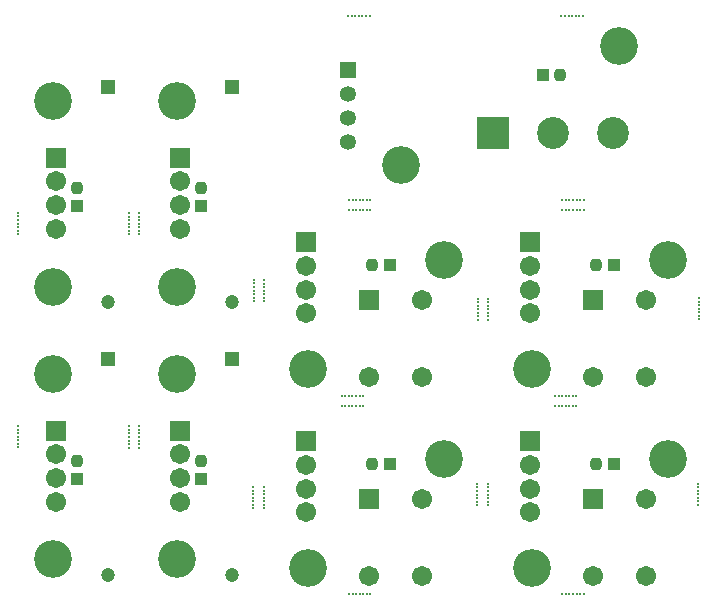
<source format=gbs>
G04*
G04 #@! TF.GenerationSoftware,Altium Limited,Altium Designer,20.1.8 (145)*
G04*
G04 Layer_Color=16711935*
%FSLAX25Y25*%
%MOIN*%
G70*
G04*
G04 #@! TF.SameCoordinates,97AE0E28-4285-446D-9869-D3FBB0DEE563*
G04*
G04*
G04 #@! TF.FilePolarity,Negative*
G04*
G01*
G75*
%ADD19C,0.04724*%
%ADD20R,0.04724X0.04724*%
%ADD35R,0.03950X0.03950*%
G04:AMPARAMS|DCode=36|XSize=39.5mil|YSize=39.5mil|CornerRadius=11.87mil|HoleSize=0mil|Usage=FLASHONLY|Rotation=270.000|XOffset=0mil|YOffset=0mil|HoleType=Round|Shape=RoundedRectangle|*
%AMROUNDEDRECTD36*
21,1,0.03950,0.01575,0,0,270.0*
21,1,0.01575,0.03950,0,0,270.0*
1,1,0.02375,-0.00787,-0.00787*
1,1,0.02375,-0.00787,0.00787*
1,1,0.02375,0.00787,0.00787*
1,1,0.02375,0.00787,-0.00787*
%
%ADD36ROUNDEDRECTD36*%
G04:AMPARAMS|DCode=38|XSize=39.5mil|YSize=39.5mil|CornerRadius=11.87mil|HoleSize=0mil|Usage=FLASHONLY|Rotation=0.000|XOffset=0mil|YOffset=0mil|HoleType=Round|Shape=RoundedRectangle|*
%AMROUNDEDRECTD38*
21,1,0.03950,0.01575,0,0,0.0*
21,1,0.01575,0.03950,0,0,0.0*
1,1,0.02375,0.00787,-0.00787*
1,1,0.02375,-0.00787,-0.00787*
1,1,0.02375,-0.00787,0.00787*
1,1,0.02375,0.00787,0.00787*
%
%ADD38ROUNDEDRECTD38*%
%ADD39R,0.03950X0.03950*%
%ADD40C,0.00922*%
%ADD41C,0.06706*%
%ADD42R,0.06706X0.06706*%
%ADD43C,0.12611*%
%ADD44R,0.05328X0.05328*%
%ADD45C,0.05328*%
%ADD46R,0.10642X0.10642*%
%ADD47C,0.10642*%
D19*
X45221Y21579D02*
D03*
X86559D02*
D03*
X45221Y112524D02*
D03*
X86559D02*
D03*
D20*
X45221Y93453D02*
D03*
X86559D02*
D03*
X45221Y184398D02*
D03*
X86559D02*
D03*
D35*
X34984Y53776D02*
D03*
X76323D02*
D03*
X34984Y144720D02*
D03*
X76323D02*
D03*
D36*
X34984Y59681D02*
D03*
X76323D02*
D03*
X34984Y150626D02*
D03*
X76323D02*
D03*
D38*
X196063Y188189D02*
D03*
X133236Y58579D02*
D03*
X208039D02*
D03*
X133236Y124917D02*
D03*
X208039D02*
D03*
D39*
X190157Y188189D02*
D03*
X139142Y58579D02*
D03*
X213945D02*
D03*
X139142Y124917D02*
D03*
X213945D02*
D03*
D40*
X93996Y119980D02*
D03*
Y118799D02*
D03*
Y117618D02*
D03*
Y116437D02*
D03*
Y115256D02*
D03*
Y114075D02*
D03*
Y112894D02*
D03*
X15453Y71260D02*
D03*
Y70079D02*
D03*
Y68898D02*
D03*
Y67716D02*
D03*
Y66535D02*
D03*
Y65354D02*
D03*
Y64173D02*
D03*
Y142323D02*
D03*
Y141142D02*
D03*
Y139961D02*
D03*
Y138779D02*
D03*
Y137598D02*
D03*
Y136417D02*
D03*
Y135236D02*
D03*
X52165Y135138D02*
D03*
Y136319D02*
D03*
Y137500D02*
D03*
Y138681D02*
D03*
Y139862D02*
D03*
Y141043D02*
D03*
Y142224D02*
D03*
Y71161D02*
D03*
Y69980D02*
D03*
Y68799D02*
D03*
Y67618D02*
D03*
Y66437D02*
D03*
Y65256D02*
D03*
Y64075D02*
D03*
X55709Y71161D02*
D03*
Y69980D02*
D03*
Y68799D02*
D03*
Y67618D02*
D03*
Y66437D02*
D03*
Y65256D02*
D03*
Y64075D02*
D03*
Y142224D02*
D03*
Y141043D02*
D03*
Y139862D02*
D03*
Y138681D02*
D03*
Y137500D02*
D03*
Y136319D02*
D03*
Y135138D02*
D03*
X132480Y207972D02*
D03*
X131299D02*
D03*
X130118D02*
D03*
X128937D02*
D03*
X127756D02*
D03*
X126575D02*
D03*
X125394D02*
D03*
X203543D02*
D03*
X202362D02*
D03*
X201181D02*
D03*
X200000D02*
D03*
X198819D02*
D03*
X197638D02*
D03*
X196457D02*
D03*
X242126Y44980D02*
D03*
Y46161D02*
D03*
Y47343D02*
D03*
Y48524D02*
D03*
Y49705D02*
D03*
Y50886D02*
D03*
Y52067D02*
D03*
X242323Y113878D02*
D03*
Y112697D02*
D03*
Y111516D02*
D03*
Y110335D02*
D03*
Y109153D02*
D03*
Y107972D02*
D03*
Y106791D02*
D03*
X196752Y143209D02*
D03*
X197933D02*
D03*
X199114D02*
D03*
X200295D02*
D03*
X201476D02*
D03*
X202658D02*
D03*
X203839D02*
D03*
X125689D02*
D03*
X126870D02*
D03*
X128051D02*
D03*
X129232D02*
D03*
X130413D02*
D03*
X131595D02*
D03*
X132776D02*
D03*
X194291Y77854D02*
D03*
X195472D02*
D03*
X196653D02*
D03*
X197835D02*
D03*
X199016D02*
D03*
X200197D02*
D03*
X201378D02*
D03*
X123228D02*
D03*
X124409D02*
D03*
X125591D02*
D03*
X126772D02*
D03*
X127953D02*
D03*
X129134D02*
D03*
X130315D02*
D03*
X125689Y146752D02*
D03*
X126870D02*
D03*
X128051D02*
D03*
X129232D02*
D03*
X130413D02*
D03*
X131595D02*
D03*
X132776D02*
D03*
X203839D02*
D03*
X202658D02*
D03*
X201476D02*
D03*
X200295D02*
D03*
X199114D02*
D03*
X197933D02*
D03*
X196752D02*
D03*
X123228Y81201D02*
D03*
X124409D02*
D03*
X125591D02*
D03*
X126772D02*
D03*
X127953D02*
D03*
X129134D02*
D03*
X130315D02*
D03*
X201378D02*
D03*
X200197D02*
D03*
X199016D02*
D03*
X197835D02*
D03*
X196654D02*
D03*
X195473D02*
D03*
X194291D02*
D03*
X196752Y15256D02*
D03*
X197933D02*
D03*
X199114D02*
D03*
X200295D02*
D03*
X201476D02*
D03*
X202658D02*
D03*
X203839D02*
D03*
X172047Y113779D02*
D03*
Y112598D02*
D03*
Y111417D02*
D03*
Y110236D02*
D03*
Y109055D02*
D03*
Y107874D02*
D03*
Y106693D02*
D03*
X168504D02*
D03*
Y107874D02*
D03*
Y109055D02*
D03*
Y110236D02*
D03*
Y111417D02*
D03*
Y112598D02*
D03*
Y113779D02*
D03*
X93602Y50886D02*
D03*
Y49705D02*
D03*
Y48524D02*
D03*
Y47343D02*
D03*
Y46161D02*
D03*
Y44980D02*
D03*
Y43799D02*
D03*
X168307Y51968D02*
D03*
Y50787D02*
D03*
Y49606D02*
D03*
Y48425D02*
D03*
Y47244D02*
D03*
Y46063D02*
D03*
Y44882D02*
D03*
X171850D02*
D03*
Y46063D02*
D03*
Y47244D02*
D03*
Y48425D02*
D03*
Y49606D02*
D03*
Y50787D02*
D03*
Y51968D02*
D03*
X97441Y112845D02*
D03*
Y114026D02*
D03*
Y115207D02*
D03*
Y116388D02*
D03*
Y117569D02*
D03*
Y118750D02*
D03*
Y119931D02*
D03*
X97342Y50886D02*
D03*
Y49705D02*
D03*
Y48524D02*
D03*
Y47343D02*
D03*
Y46161D02*
D03*
Y44980D02*
D03*
Y43799D02*
D03*
X132776Y15256D02*
D03*
X131595D02*
D03*
X130413D02*
D03*
X129232D02*
D03*
X128051D02*
D03*
X126870D02*
D03*
X125689D02*
D03*
D41*
X28095Y46098D02*
D03*
Y61847D02*
D03*
Y53973D02*
D03*
X69433Y46098D02*
D03*
Y61847D02*
D03*
Y53973D02*
D03*
X28095Y137043D02*
D03*
Y152791D02*
D03*
Y144917D02*
D03*
X69433Y137043D02*
D03*
Y152791D02*
D03*
Y144917D02*
D03*
X111189Y42543D02*
D03*
Y58291D02*
D03*
Y50417D02*
D03*
X132252Y21374D02*
D03*
X149969D02*
D03*
Y46965D02*
D03*
X185992Y42543D02*
D03*
Y58291D02*
D03*
Y50417D02*
D03*
X207055Y21374D02*
D03*
X224772D02*
D03*
Y46965D02*
D03*
X111189Y108882D02*
D03*
Y124630D02*
D03*
Y116756D02*
D03*
X132252Y87713D02*
D03*
X149969D02*
D03*
Y113303D02*
D03*
X185992Y108882D02*
D03*
Y124630D02*
D03*
Y116756D02*
D03*
X207055Y87713D02*
D03*
X224772D02*
D03*
Y113303D02*
D03*
D42*
X28095Y69721D02*
D03*
X69433D02*
D03*
X28095Y160665D02*
D03*
X69433D02*
D03*
X111189Y66165D02*
D03*
X132252Y46965D02*
D03*
X185992Y66165D02*
D03*
X207055Y46965D02*
D03*
X111189Y132504D02*
D03*
X132252Y113303D02*
D03*
X185992Y132504D02*
D03*
X207055Y113303D02*
D03*
D43*
X27110Y88618D02*
D03*
Y26807D02*
D03*
X68449Y88618D02*
D03*
Y26807D02*
D03*
X27110Y179563D02*
D03*
Y117752D02*
D03*
X68449Y179563D02*
D03*
Y117752D02*
D03*
X215476Y197961D02*
D03*
X143110Y158268D02*
D03*
X157252Y60154D02*
D03*
X111976Y23933D02*
D03*
X232055Y60154D02*
D03*
X186779Y23933D02*
D03*
X157252Y126492D02*
D03*
X111976Y90272D02*
D03*
X232055Y126492D02*
D03*
X186779Y90272D02*
D03*
D44*
X125394Y189815D02*
D03*
D45*
Y181913D02*
D03*
Y174016D02*
D03*
Y166114D02*
D03*
D46*
X173504Y168881D02*
D03*
D47*
X193504D02*
D03*
X213504D02*
D03*
M02*

</source>
